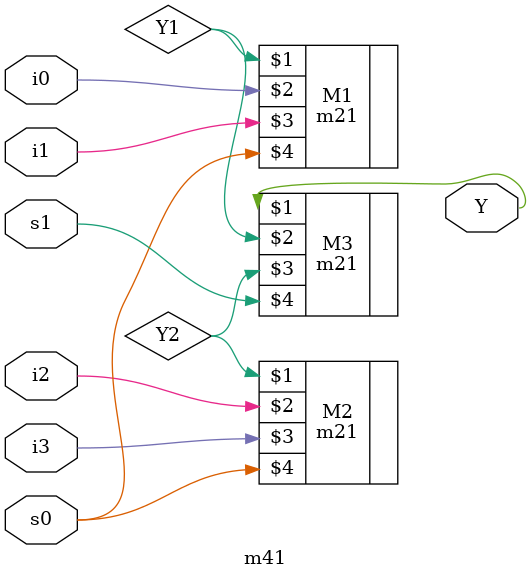
<source format=sv>
module m41(input i0,i1,i2,i3,s0,s1,
output Y);

  wire Y1, Y2;	//Output of both muxs
  m21 M1 (Y1,i0, i1, s0);	//Defined Y1
  m21 M2 (Y2,i2, i3, s0);	//Defines Y2
  m21 M3 (Y,Y1, Y2, s1);	//selects output depending on s1
endmodule

</source>
